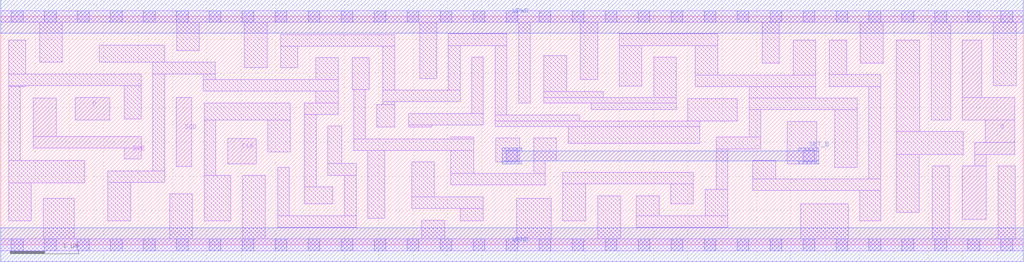
<source format=lef>
# Copyright 2020 The SkyWater PDK Authors
#
# Licensed under the Apache License, Version 2.0 (the "License");
# you may not use this file except in compliance with the License.
# You may obtain a copy of the License at
#
#     https://www.apache.org/licenses/LICENSE-2.0
#
# Unless required by applicable law or agreed to in writing, software
# distributed under the License is distributed on an "AS IS" BASIS,
# WITHOUT WARRANTIES OR CONDITIONS OF ANY KIND, either express or implied.
# See the License for the specific language governing permissions and
# limitations under the License.
#
# SPDX-License-Identifier: Apache-2.0

VERSION 5.7 ;
  NAMESCASESENSITIVE ON ;
  NOWIREEXTENSIONATPIN ON ;
  DIVIDERCHAR "/" ;
  BUSBITCHARS "[]" ;
UNITS
  DATABASE MICRONS 200 ;
END UNITS
MACRO sky130_fd_sc_ms__sdfstp_2
  CLASS CORE ;
  SOURCE USER ;
  FOREIGN sky130_fd_sc_ms__sdfstp_2 ;
  ORIGIN  0.000000  0.000000 ;
  SIZE  14.88000 BY  3.330000 ;
  SYMMETRY X Y ;
  SITE unit ;
  PIN D
    ANTENNAGATEAREA  0.178200 ;
    DIRECTION INPUT ;
    USE SIGNAL ;
    PORT
      LAYER li1 ;
        RECT 1.085000 1.820000 1.585000 2.150000 ;
    END
  END D
  PIN Q
    ANTENNADIFFAREA  0.509600 ;
    DIRECTION OUTPUT ;
    USE SIGNAL ;
    PORT
      LAYER li1 ;
        RECT 13.990000 0.370000 14.345000 1.150000 ;
        RECT 13.995000 1.820000 14.755000 2.150000 ;
        RECT 13.995000 2.150000 14.275000 2.980000 ;
        RECT 14.175000 1.150000 14.345000 1.320000 ;
        RECT 14.175000 1.320000 14.755000 1.490000 ;
        RECT 14.325000 1.490000 14.755000 1.820000 ;
    END
  END Q
  PIN SCD
    ANTENNAGATEAREA  0.178200 ;
    DIRECTION INPUT ;
    USE SIGNAL ;
    PORT
      LAYER li1 ;
        RECT 2.555000 1.140000 2.780000 2.150000 ;
    END
  END SCD
  PIN SCE
    ANTENNAGATEAREA  0.356400 ;
    DIRECTION INPUT ;
    USE SIGNAL ;
    PORT
      LAYER li1 ;
        RECT 0.475000 1.410000 2.045000 1.580000 ;
        RECT 0.475000 1.580000 0.805000 2.140000 ;
        RECT 1.795000 1.250000 2.045000 1.410000 ;
    END
  END SCE
  PIN SET_B
    ANTENNAGATEAREA  0.277200 ;
    DIRECTION INPUT ;
    USE SIGNAL ;
    PORT
      LAYER met1 ;
        RECT  7.295000 1.180000  7.585000 1.225000 ;
        RECT  7.295000 1.225000 11.905000 1.365000 ;
        RECT  7.295000 1.365000  7.585000 1.410000 ;
        RECT 11.615000 1.180000 11.905000 1.225000 ;
        RECT 11.615000 1.365000 11.905000 1.410000 ;
    END
  END SET_B
  PIN CLK
    ANTENNAGATEAREA  0.312600 ;
    DIRECTION INPUT ;
    USE CLOCK ;
    PORT
      LAYER li1 ;
        RECT 3.300000 1.180000 3.715000 1.550000 ;
    END
  END CLK
  PIN VGND
    DIRECTION INOUT ;
    USE GROUND ;
    PORT
      LAYER met1 ;
        RECT 0.000000 -0.245000 14.880000 0.245000 ;
    END
  END VGND
  PIN VPWR
    DIRECTION INOUT ;
    USE POWER ;
    PORT
      LAYER met1 ;
        RECT 0.000000 3.085000 14.880000 3.575000 ;
    END
  END VPWR
  OBS
    LAYER li1 ;
      RECT  0.000000 -0.085000 14.880000 0.085000 ;
      RECT  0.000000  3.245000 14.880000 3.415000 ;
      RECT  0.115000  0.350000  0.445000 0.900000 ;
      RECT  0.115000  0.900000  1.225000 1.230000 ;
      RECT  0.115000  1.230000  0.285000 2.310000 ;
      RECT  0.115000  2.310000  0.365000 2.320000 ;
      RECT  0.115000  2.320000  2.045000 2.490000 ;
      RECT  0.115000  2.490000  0.365000 2.980000 ;
      RECT  0.565000  2.660000  0.895000 3.245000 ;
      RECT  0.615000  0.085000  1.070000 0.680000 ;
      RECT  1.435000  2.660000  2.385000 2.910000 ;
      RECT  1.560000  0.350000  1.890000 0.910000 ;
      RECT  1.560000  0.910000  2.385000 1.080000 ;
      RECT  1.795000  1.830000  2.045000 2.320000 ;
      RECT  2.215000  1.080000  2.385000 2.490000 ;
      RECT  2.215000  2.490000  3.120000 2.660000 ;
      RECT  2.460000  0.085000  2.790000 0.740000 ;
      RECT  2.560000  2.830000  2.890000 3.245000 ;
      RECT  2.950000  2.240000  4.915000 2.410000 ;
      RECT  2.950000  2.410000  3.120000 2.490000 ;
      RECT  2.960000  0.350000  3.350000 1.010000 ;
      RECT  2.960000  1.010000  3.130000 1.820000 ;
      RECT  2.960000  1.820000  4.215000 2.070000 ;
      RECT  3.520000  0.085000  3.850000 1.010000 ;
      RECT  3.545000  2.580000  3.875000 3.245000 ;
      RECT  3.885000  1.350000  4.215000 1.820000 ;
      RECT  4.030000  0.255000  5.170000 0.425000 ;
      RECT  4.030000  0.425000  4.200000 1.130000 ;
      RECT  4.075000  2.580000  4.325000 2.895000 ;
      RECT  4.075000  2.895000  5.730000 3.065000 ;
      RECT  4.420000  0.595000  4.830000 0.845000 ;
      RECT  4.420000  0.845000  4.590000 1.900000 ;
      RECT  4.420000  1.900000  4.915000 2.070000 ;
      RECT  4.585000  2.070000  4.915000 2.240000 ;
      RECT  4.585000  2.410000  4.915000 2.725000 ;
      RECT  4.760000  1.015000  5.170000 1.185000 ;
      RECT  4.760000  1.185000  4.965000 1.730000 ;
      RECT  5.000000  0.425000  5.170000 1.015000 ;
      RECT  5.115000  2.265000  5.365000 2.725000 ;
      RECT  5.135000  1.375000  6.880000 1.545000 ;
      RECT  5.135000  1.545000  5.305000 2.265000 ;
      RECT  5.340000  0.385000  5.590000 1.375000 ;
      RECT  5.475000  1.715000  5.730000 2.045000 ;
      RECT  5.560000  2.045000  5.730000 2.085000 ;
      RECT  5.560000  2.085000  6.685000 2.255000 ;
      RECT  5.560000  2.255000  5.730000 2.895000 ;
      RECT  5.940000  1.715000  6.270000 1.745000 ;
      RECT  5.940000  1.745000  7.025000 1.915000 ;
      RECT  5.980000  0.530000  7.020000 0.700000 ;
      RECT  5.980000  0.700000  6.310000 1.205000 ;
      RECT  6.095000  2.425000  6.345000 3.245000 ;
      RECT  6.130000  0.085000  6.460000 0.360000 ;
      RECT  6.515000  2.255000  6.685000 2.905000 ;
      RECT  6.515000  2.905000  7.365000 3.075000 ;
      RECT  6.550000  0.870000  7.925000 1.040000 ;
      RECT  6.550000  1.040000  6.880000 1.375000 ;
      RECT  6.550000  1.545000  6.880000 1.570000 ;
      RECT  6.690000  0.350000  7.020000 0.530000 ;
      RECT  6.855000  1.915000  7.025000 2.735000 ;
      RECT  7.195000  1.725000 10.170000 1.805000 ;
      RECT  7.195000  1.805000  8.425000 1.895000 ;
      RECT  7.195000  1.895000  7.365000 2.905000 ;
      RECT  7.205000  1.210000  7.555000 1.555000 ;
      RECT  7.510000  0.085000  8.010000 0.680000 ;
      RECT  7.535000  2.065000  7.705000 3.245000 ;
      RECT  7.755000  1.040000  7.925000 1.225000 ;
      RECT  7.755000  1.225000  8.085000 1.555000 ;
      RECT  7.905000  2.065000  9.830000 2.145000 ;
      RECT  7.905000  2.145000  8.765000 2.235000 ;
      RECT  7.905000  2.235000  8.235000 2.755000 ;
      RECT  8.180000  0.350000  8.510000 0.885000 ;
      RECT  8.180000  0.885000 10.080000 1.055000 ;
      RECT  8.255000  1.475000 10.170000 1.725000 ;
      RECT  8.435000  2.405000  8.685000 3.245000 ;
      RECT  8.595000  1.975000  9.830000 2.065000 ;
      RECT  8.690000  0.085000  9.020000 0.715000 ;
      RECT  9.000000  2.315000  9.330000 2.905000 ;
      RECT  9.000000  2.905000 10.435000 3.075000 ;
      RECT  9.250000  0.255000 10.580000 0.425000 ;
      RECT  9.250000  0.425000  9.580000 0.715000 ;
      RECT  9.500000  2.145000  9.830000 2.735000 ;
      RECT  9.750000  0.595000 10.080000 0.885000 ;
      RECT 10.000000  1.805000 10.720000 2.135000 ;
      RECT 10.105000  2.305000 11.860000 2.475000 ;
      RECT 10.105000  2.475000 10.435000 2.905000 ;
      RECT 10.250000  0.425000 10.580000 0.810000 ;
      RECT 10.410000  0.810000 10.580000 1.400000 ;
      RECT 10.410000  1.400000 11.060000 1.570000 ;
      RECT 10.890000  1.570000 11.060000 1.970000 ;
      RECT 10.890000  1.970000 12.465000 2.140000 ;
      RECT 10.890000  2.140000 11.860000 2.305000 ;
      RECT 10.945000  0.790000 12.805000 0.960000 ;
      RECT 10.945000  0.960000 11.275000 1.230000 ;
      RECT 11.080000  2.645000 11.330000 3.245000 ;
      RECT 11.445000  1.180000 11.875000 1.800000 ;
      RECT 11.530000  2.475000 11.860000 2.980000 ;
      RECT 11.640000  0.085000 12.330000 0.600000 ;
      RECT 12.060000  2.310000 12.805000 2.480000 ;
      RECT 12.060000  2.480000 12.310000 2.980000 ;
      RECT 12.135000  1.130000 12.465000 1.970000 ;
      RECT 12.500000  0.350000 12.805000 0.790000 ;
      RECT 12.510000  2.650000 12.840000 3.245000 ;
      RECT 12.635000  0.960000 12.805000 2.310000 ;
      RECT 13.035000  0.470000 13.365000 1.320000 ;
      RECT 13.035000  1.320000 14.005000 1.650000 ;
      RECT 13.035000  1.650000 13.370000 2.980000 ;
      RECT 13.540000  1.820000 13.825000 3.245000 ;
      RECT 13.555000  0.085000 13.805000 1.150000 ;
      RECT 14.445000  2.320000 14.775000 3.245000 ;
      RECT 14.515000  0.085000 14.765000 1.150000 ;
    LAYER mcon ;
      RECT  0.155000 -0.085000  0.325000 0.085000 ;
      RECT  0.155000  3.245000  0.325000 3.415000 ;
      RECT  0.635000 -0.085000  0.805000 0.085000 ;
      RECT  0.635000  3.245000  0.805000 3.415000 ;
      RECT  1.115000 -0.085000  1.285000 0.085000 ;
      RECT  1.115000  3.245000  1.285000 3.415000 ;
      RECT  1.595000 -0.085000  1.765000 0.085000 ;
      RECT  1.595000  3.245000  1.765000 3.415000 ;
      RECT  2.075000 -0.085000  2.245000 0.085000 ;
      RECT  2.075000  3.245000  2.245000 3.415000 ;
      RECT  2.555000 -0.085000  2.725000 0.085000 ;
      RECT  2.555000  3.245000  2.725000 3.415000 ;
      RECT  3.035000 -0.085000  3.205000 0.085000 ;
      RECT  3.035000  3.245000  3.205000 3.415000 ;
      RECT  3.515000 -0.085000  3.685000 0.085000 ;
      RECT  3.515000  3.245000  3.685000 3.415000 ;
      RECT  3.995000 -0.085000  4.165000 0.085000 ;
      RECT  3.995000  3.245000  4.165000 3.415000 ;
      RECT  4.475000 -0.085000  4.645000 0.085000 ;
      RECT  4.475000  3.245000  4.645000 3.415000 ;
      RECT  4.955000 -0.085000  5.125000 0.085000 ;
      RECT  4.955000  3.245000  5.125000 3.415000 ;
      RECT  5.435000 -0.085000  5.605000 0.085000 ;
      RECT  5.435000  3.245000  5.605000 3.415000 ;
      RECT  5.915000 -0.085000  6.085000 0.085000 ;
      RECT  5.915000  3.245000  6.085000 3.415000 ;
      RECT  6.395000 -0.085000  6.565000 0.085000 ;
      RECT  6.395000  3.245000  6.565000 3.415000 ;
      RECT  6.875000 -0.085000  7.045000 0.085000 ;
      RECT  6.875000  3.245000  7.045000 3.415000 ;
      RECT  7.355000 -0.085000  7.525000 0.085000 ;
      RECT  7.355000  1.210000  7.525000 1.380000 ;
      RECT  7.355000  3.245000  7.525000 3.415000 ;
      RECT  7.835000 -0.085000  8.005000 0.085000 ;
      RECT  7.835000  3.245000  8.005000 3.415000 ;
      RECT  8.315000 -0.085000  8.485000 0.085000 ;
      RECT  8.315000  3.245000  8.485000 3.415000 ;
      RECT  8.795000 -0.085000  8.965000 0.085000 ;
      RECT  8.795000  3.245000  8.965000 3.415000 ;
      RECT  9.275000 -0.085000  9.445000 0.085000 ;
      RECT  9.275000  3.245000  9.445000 3.415000 ;
      RECT  9.755000 -0.085000  9.925000 0.085000 ;
      RECT  9.755000  3.245000  9.925000 3.415000 ;
      RECT 10.235000 -0.085000 10.405000 0.085000 ;
      RECT 10.235000  3.245000 10.405000 3.415000 ;
      RECT 10.715000 -0.085000 10.885000 0.085000 ;
      RECT 10.715000  3.245000 10.885000 3.415000 ;
      RECT 11.195000 -0.085000 11.365000 0.085000 ;
      RECT 11.195000  3.245000 11.365000 3.415000 ;
      RECT 11.675000 -0.085000 11.845000 0.085000 ;
      RECT 11.675000  1.210000 11.845000 1.380000 ;
      RECT 11.675000  3.245000 11.845000 3.415000 ;
      RECT 12.155000 -0.085000 12.325000 0.085000 ;
      RECT 12.155000  3.245000 12.325000 3.415000 ;
      RECT 12.635000 -0.085000 12.805000 0.085000 ;
      RECT 12.635000  3.245000 12.805000 3.415000 ;
      RECT 13.115000 -0.085000 13.285000 0.085000 ;
      RECT 13.115000  3.245000 13.285000 3.415000 ;
      RECT 13.595000 -0.085000 13.765000 0.085000 ;
      RECT 13.595000  3.245000 13.765000 3.415000 ;
      RECT 14.075000 -0.085000 14.245000 0.085000 ;
      RECT 14.075000  3.245000 14.245000 3.415000 ;
      RECT 14.555000 -0.085000 14.725000 0.085000 ;
      RECT 14.555000  3.245000 14.725000 3.415000 ;
  END
END sky130_fd_sc_ms__sdfstp_2

</source>
